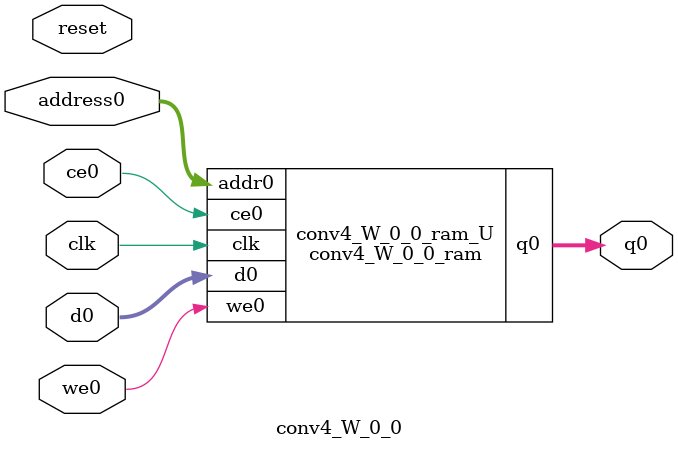
<source format=v>
`timescale 1 ns / 1 ps
module conv4_W_0_0_ram (addr0, ce0, d0, we0, q0,  clk);

parameter DWIDTH = 32;
parameter AWIDTH = 4;
parameter MEM_SIZE = 9;

input[AWIDTH-1:0] addr0;
input ce0;
input[DWIDTH-1:0] d0;
input we0;
output reg[DWIDTH-1:0] q0;
input clk;

(* ram_style = "distributed" *)reg [DWIDTH-1:0] ram[0:MEM_SIZE-1];




always @(posedge clk)  
begin 
    if (ce0) 
    begin
        if (we0) 
        begin 
            ram[addr0] <= d0; 
        end 
        q0 <= ram[addr0];
    end
end


endmodule

`timescale 1 ns / 1 ps
module conv4_W_0_0(
    reset,
    clk,
    address0,
    ce0,
    we0,
    d0,
    q0);

parameter DataWidth = 32'd32;
parameter AddressRange = 32'd9;
parameter AddressWidth = 32'd4;
input reset;
input clk;
input[AddressWidth - 1:0] address0;
input ce0;
input we0;
input[DataWidth - 1:0] d0;
output[DataWidth - 1:0] q0;



conv4_W_0_0_ram conv4_W_0_0_ram_U(
    .clk( clk ),
    .addr0( address0 ),
    .ce0( ce0 ),
    .we0( we0 ),
    .d0( d0 ),
    .q0( q0 ));

endmodule


</source>
